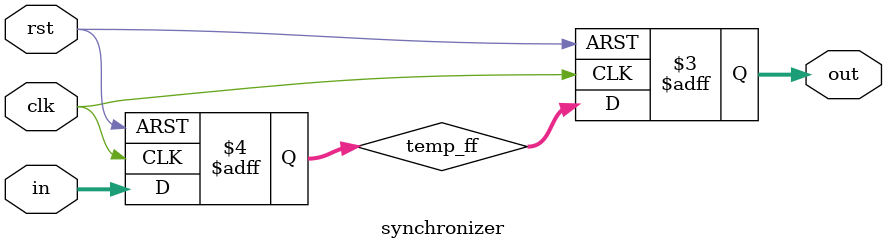
<source format=v>
module synchronizer (clk, rst, in, out);
	parameter n = 5;
	input clk, rst;
	input [n-1:0] in;
	output reg [n-1:0] out;
	
	reg [n-1:0] temp_ff;
	
	always@(posedge clk or negedge rst)
	begin
		if(~rst)
		begin
			temp_ff <= 0;
			out <= 0;
		end
		else
		begin
			temp_ff <= in;
			out <= temp_ff;
		end
	end
	
endmodule

</source>
